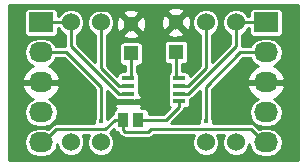
<source format=gtl>
G04 #@! TF.FileFunction,Copper,L1,Top,Signal*
%FSLAX46Y46*%
G04 Gerber Fmt 4.6, Leading zero omitted, Abs format (unit mm)*
G04 Created by KiCad (PCBNEW 4.0.2-stable) date Monday, April 10, 2017 'pmt' 04:49:55 pm*
%MOMM*%
G01*
G04 APERTURE LIST*
%ADD10C,0.100000*%
%ADD11R,1.300000X1.300000*%
%ADD12C,1.300000*%
%ADD13R,0.965200X1.270000*%
%ADD14R,2.032000X1.727200*%
%ADD15O,2.032000X1.727200*%
%ADD16C,1.524000*%
%ADD17R,1.100000X0.400000*%
%ADD18C,0.400000*%
%ADD19C,0.250000*%
%ADD20C,0.254000*%
G04 APERTURE END LIST*
D10*
D11*
X147320000Y-102957000D03*
D12*
X147320000Y-100457000D03*
D11*
X151130000Y-102830000D03*
D12*
X151130000Y-100330000D03*
D13*
X146685000Y-108585000D03*
X147955000Y-108585000D03*
D14*
X139700000Y-100330000D03*
D15*
X139700000Y-102870000D03*
X139700000Y-105410000D03*
X139700000Y-107950000D03*
X139700000Y-110490000D03*
D16*
X142240000Y-110490000D03*
X142240000Y-100330000D03*
X144780000Y-110490000D03*
X144780000Y-100330000D03*
X156210000Y-110490000D03*
X156210000Y-100330000D03*
X153670000Y-110490000D03*
X153670000Y-100330000D03*
D17*
X147075000Y-105070000D03*
X147075000Y-105720000D03*
X147075000Y-106370000D03*
X147075000Y-107020000D03*
X151375000Y-107020000D03*
X151375000Y-106370000D03*
X151375000Y-105720000D03*
X151375000Y-105070000D03*
D14*
X158750000Y-100330000D03*
D15*
X158750000Y-102870000D03*
X158750000Y-105410000D03*
X158750000Y-107950000D03*
X158750000Y-110490000D03*
D18*
X144780000Y-108712004D03*
X152781000Y-107315000D03*
X145669000Y-107315000D03*
X154940000Y-101854000D03*
X143510000Y-101854000D03*
X152654000Y-102870000D03*
X145796000Y-102870000D03*
X156845002Y-104140000D03*
X156845000Y-107950000D03*
X154940000Y-107950000D03*
X154940000Y-106172000D03*
X143510000Y-107950000D03*
X141605000Y-107950000D03*
X143510000Y-106172000D03*
X141605000Y-104140000D03*
X149225000Y-100330000D03*
X149225000Y-102870000D03*
X149225000Y-105410000D03*
X146685000Y-110871000D03*
X148336000Y-110871000D03*
X150114000Y-110871000D03*
X151765000Y-110871000D03*
X160782000Y-110490000D03*
X160782000Y-107950000D03*
X160782000Y-100330000D03*
X160782000Y-102870000D03*
X160782000Y-105410000D03*
X137541000Y-110490000D03*
X137541000Y-107950000D03*
X137541000Y-100330000D03*
X137541000Y-102870000D03*
X137541000Y-105410000D03*
X149225000Y-107061000D03*
X153670000Y-108712000D03*
D19*
X139700000Y-102870000D02*
X141859000Y-102870000D01*
X141859000Y-102870000D02*
X144780000Y-105791000D01*
X144780000Y-105791000D02*
X144780000Y-108429162D01*
X144780000Y-108429162D02*
X144780000Y-108712004D01*
X147320000Y-102957000D02*
X147320000Y-104825000D01*
X147320000Y-104825000D02*
X147075000Y-105070000D01*
X147075000Y-107020000D02*
X145964000Y-107020000D01*
X145964000Y-107020000D02*
X145669000Y-107315000D01*
X147320000Y-100457000D02*
X146105999Y-99242999D01*
X146105999Y-99242999D02*
X144258239Y-99242999D01*
X144258239Y-99242999D02*
X143510000Y-99991238D01*
X143510000Y-99991238D02*
X143510000Y-101854000D01*
X151130000Y-100330000D02*
X152654000Y-101854000D01*
X152654000Y-101854000D02*
X152654000Y-102870000D01*
X158750000Y-105410000D02*
X157127844Y-105410000D01*
X157127844Y-105410000D02*
X157127844Y-104140000D01*
X157127844Y-104140000D02*
X156845002Y-104140000D01*
X154940000Y-107950000D02*
X156845000Y-107950000D01*
X158750000Y-105410000D02*
X155702000Y-105410000D01*
X155702000Y-105410000D02*
X154940000Y-106172000D01*
X141605000Y-107950000D02*
X143510000Y-107950000D01*
X139700000Y-105410000D02*
X142748000Y-105410000D01*
X142748000Y-105410000D02*
X143510000Y-106172000D01*
X139700000Y-105410000D02*
X141224000Y-105410000D01*
X141224000Y-105410000D02*
X141605000Y-105029000D01*
X141605000Y-105029000D02*
X141605000Y-104140000D01*
X149225000Y-102870000D02*
X149225000Y-100330000D01*
X149225000Y-105410000D02*
X149225000Y-102870000D01*
X148336000Y-110871000D02*
X146685000Y-110871000D01*
X151765000Y-110871000D02*
X150114000Y-110871000D01*
X160782000Y-107950000D02*
X160782000Y-110490000D01*
X160782000Y-102870000D02*
X160782000Y-100330000D01*
X160782000Y-105410000D02*
X160782000Y-102870000D01*
X137541000Y-107950000D02*
X137541000Y-110490000D01*
X137541000Y-102870000D02*
X137541000Y-100330000D01*
X139700000Y-105410000D02*
X137541000Y-105410000D01*
X147075000Y-107020000D02*
X149184000Y-107020000D01*
X149184000Y-107020000D02*
X149225000Y-107061000D01*
X156591000Y-102870000D02*
X158750000Y-102870000D01*
X153670000Y-105791000D02*
X156591000Y-102870000D01*
X153670000Y-108712000D02*
X153670000Y-105791000D01*
X151130000Y-102830000D02*
X151130000Y-104825000D01*
X151130000Y-104825000D02*
X151375000Y-105070000D01*
X146685000Y-108585000D02*
X146685000Y-109470000D01*
X146685000Y-109470000D02*
X146816000Y-109601000D01*
X146816000Y-109601000D02*
X148804400Y-109601000D01*
X148804400Y-109601000D02*
X149058400Y-109347000D01*
X149058400Y-109347000D02*
X157454600Y-109347000D01*
X157454600Y-109347000D02*
X158597600Y-110490000D01*
X158597600Y-110490000D02*
X158750000Y-110490000D01*
X139852400Y-110490000D02*
X140966000Y-109376400D01*
X139700000Y-110490000D02*
X139852400Y-110490000D01*
X145161000Y-109376400D02*
X145952400Y-108585000D01*
X140966000Y-109376400D02*
X145161000Y-109376400D01*
X145952400Y-108585000D02*
X146685000Y-108585000D01*
X147955000Y-108585000D02*
X150260000Y-108585000D01*
X150260000Y-108585000D02*
X151375000Y-107470000D01*
X151375000Y-107470000D02*
X151375000Y-107020000D01*
X156210000Y-100330000D02*
X158750000Y-100330000D01*
X151375000Y-106370000D02*
X152175000Y-106370000D01*
X152175000Y-106370000D02*
X156210000Y-102335000D01*
X156210000Y-102335000D02*
X156210000Y-101407630D01*
X156210000Y-101407630D02*
X156210000Y-100330000D01*
X151375000Y-105720000D02*
X152175000Y-105720000D01*
X153670000Y-101407630D02*
X153670000Y-100330000D01*
X152175000Y-105720000D02*
X153670000Y-104225000D01*
X153670000Y-104225000D02*
X153670000Y-101407630D01*
X142240000Y-100330000D02*
X141162370Y-100330000D01*
X141162370Y-100330000D02*
X139700000Y-100330000D01*
X147075000Y-106370000D02*
X146275000Y-106370000D01*
X146275000Y-106370000D02*
X142240000Y-102335000D01*
X142240000Y-102335000D02*
X142240000Y-101407630D01*
X142240000Y-101407630D02*
X142240000Y-100330000D01*
X147075000Y-105720000D02*
X146275000Y-105720000D01*
X146275000Y-105720000D02*
X144780000Y-104225000D01*
X144780000Y-104225000D02*
X144780000Y-101407630D01*
X144780000Y-101407630D02*
X144780000Y-100330000D01*
D20*
G36*
X161469000Y-111939000D02*
X136981000Y-111939000D01*
X136981000Y-105769026D01*
X138092642Y-105769026D01*
X138095291Y-105784791D01*
X138349268Y-106312036D01*
X138785680Y-106701954D01*
X139058243Y-106797296D01*
X139043943Y-106800140D01*
X138640166Y-107069935D01*
X138370371Y-107473712D01*
X138275631Y-107950000D01*
X138370371Y-108426288D01*
X138640166Y-108830065D01*
X139043943Y-109099860D01*
X139520231Y-109194600D01*
X139879769Y-109194600D01*
X140356057Y-109099860D01*
X140759834Y-108830065D01*
X141029629Y-108426288D01*
X141124369Y-107950000D01*
X141029629Y-107473712D01*
X140759834Y-107069935D01*
X140356057Y-106800140D01*
X140341757Y-106797296D01*
X140614320Y-106701954D01*
X141050732Y-106312036D01*
X141304709Y-105784791D01*
X141307358Y-105769026D01*
X141186217Y-105537000D01*
X139827000Y-105537000D01*
X139827000Y-105557000D01*
X139573000Y-105557000D01*
X139573000Y-105537000D01*
X138213783Y-105537000D01*
X138092642Y-105769026D01*
X136981000Y-105769026D01*
X136981000Y-105050974D01*
X138092642Y-105050974D01*
X138213783Y-105283000D01*
X139573000Y-105283000D01*
X139573000Y-105263000D01*
X139827000Y-105263000D01*
X139827000Y-105283000D01*
X141186217Y-105283000D01*
X141307358Y-105050974D01*
X141304709Y-105035209D01*
X141050732Y-104507964D01*
X140614320Y-104118046D01*
X140341757Y-104022704D01*
X140356057Y-104019860D01*
X140759834Y-103750065D01*
X141009776Y-103376000D01*
X141649408Y-103376000D01*
X144274000Y-106000592D01*
X144274000Y-108415554D01*
X144199102Y-108595929D01*
X144198900Y-108827065D01*
X144216806Y-108870400D01*
X140966000Y-108870400D01*
X140772362Y-108908917D01*
X140608204Y-109018604D01*
X140298180Y-109328628D01*
X139879769Y-109245400D01*
X139520231Y-109245400D01*
X139043943Y-109340140D01*
X138640166Y-109609935D01*
X138370371Y-110013712D01*
X138275631Y-110490000D01*
X138370371Y-110966288D01*
X138640166Y-111370065D01*
X139043943Y-111639860D01*
X139520231Y-111734600D01*
X139879769Y-111734600D01*
X140356057Y-111639860D01*
X140759834Y-111370065D01*
X141029629Y-110966288D01*
X141096879Y-110628201D01*
X141096802Y-110716359D01*
X141270446Y-111136612D01*
X141591697Y-111458423D01*
X142011646Y-111632801D01*
X142466359Y-111633198D01*
X142886612Y-111459554D01*
X143208423Y-111138303D01*
X143382801Y-110718354D01*
X143383198Y-110263641D01*
X143225673Y-109882400D01*
X143794676Y-109882400D01*
X143637199Y-110261646D01*
X143636802Y-110716359D01*
X143810446Y-111136612D01*
X144131697Y-111458423D01*
X144551646Y-111632801D01*
X145006359Y-111633198D01*
X145426612Y-111459554D01*
X145748423Y-111138303D01*
X145922801Y-110718354D01*
X145923198Y-110263641D01*
X145749554Y-109843388D01*
X145579727Y-109673265D01*
X145860588Y-109392404D01*
X145923946Y-109490865D01*
X146051266Y-109577859D01*
X146202400Y-109608464D01*
X146206542Y-109608464D01*
X146217517Y-109663638D01*
X146327204Y-109827796D01*
X146458204Y-109958796D01*
X146622362Y-110068483D01*
X146816000Y-110107000D01*
X148804400Y-110107000D01*
X148998038Y-110068483D01*
X149162196Y-109958796D01*
X149267992Y-109853000D01*
X152696884Y-109853000D01*
X152527199Y-110261646D01*
X152526802Y-110716359D01*
X152700446Y-111136612D01*
X153021697Y-111458423D01*
X153441646Y-111632801D01*
X153896359Y-111633198D01*
X154316612Y-111459554D01*
X154638423Y-111138303D01*
X154812801Y-110718354D01*
X154813198Y-110263641D01*
X154643526Y-109853000D01*
X155236884Y-109853000D01*
X155067199Y-110261646D01*
X155066802Y-110716359D01*
X155240446Y-111136612D01*
X155561697Y-111458423D01*
X155981646Y-111632801D01*
X156436359Y-111633198D01*
X156856612Y-111459554D01*
X157178423Y-111138303D01*
X157352801Y-110718354D01*
X157352881Y-110626993D01*
X157420371Y-110966288D01*
X157690166Y-111370065D01*
X158093943Y-111639860D01*
X158570231Y-111734600D01*
X158929769Y-111734600D01*
X159406057Y-111639860D01*
X159809834Y-111370065D01*
X160079629Y-110966288D01*
X160174369Y-110490000D01*
X160079629Y-110013712D01*
X159809834Y-109609935D01*
X159406057Y-109340140D01*
X158929769Y-109245400D01*
X158570231Y-109245400D01*
X158151820Y-109328628D01*
X157812396Y-108989204D01*
X157648238Y-108879517D01*
X157454600Y-108841000D01*
X154245531Y-108841000D01*
X154250898Y-108828075D01*
X154251100Y-108596939D01*
X154176000Y-108415182D01*
X154176000Y-106000592D01*
X154407566Y-105769026D01*
X157142642Y-105769026D01*
X157145291Y-105784791D01*
X157399268Y-106312036D01*
X157835680Y-106701954D01*
X158108243Y-106797296D01*
X158093943Y-106800140D01*
X157690166Y-107069935D01*
X157420371Y-107473712D01*
X157325631Y-107950000D01*
X157420371Y-108426288D01*
X157690166Y-108830065D01*
X158093943Y-109099860D01*
X158570231Y-109194600D01*
X158929769Y-109194600D01*
X159406057Y-109099860D01*
X159809834Y-108830065D01*
X160079629Y-108426288D01*
X160174369Y-107950000D01*
X160079629Y-107473712D01*
X159809834Y-107069935D01*
X159406057Y-106800140D01*
X159391757Y-106797296D01*
X159664320Y-106701954D01*
X160100732Y-106312036D01*
X160354709Y-105784791D01*
X160357358Y-105769026D01*
X160236217Y-105537000D01*
X158877000Y-105537000D01*
X158877000Y-105557000D01*
X158623000Y-105557000D01*
X158623000Y-105537000D01*
X157263783Y-105537000D01*
X157142642Y-105769026D01*
X154407566Y-105769026D01*
X156800592Y-103376000D01*
X157440224Y-103376000D01*
X157690166Y-103750065D01*
X158093943Y-104019860D01*
X158108243Y-104022704D01*
X157835680Y-104118046D01*
X157399268Y-104507964D01*
X157145291Y-105035209D01*
X157142642Y-105050974D01*
X157263783Y-105283000D01*
X158623000Y-105283000D01*
X158623000Y-105263000D01*
X158877000Y-105263000D01*
X158877000Y-105283000D01*
X160236217Y-105283000D01*
X160357358Y-105050974D01*
X160354709Y-105035209D01*
X160100732Y-104507964D01*
X159664320Y-104118046D01*
X159391757Y-104022704D01*
X159406057Y-104019860D01*
X159809834Y-103750065D01*
X160079629Y-103346288D01*
X160174369Y-102870000D01*
X160079629Y-102393712D01*
X159809834Y-101989935D01*
X159406057Y-101720140D01*
X158929769Y-101625400D01*
X158570231Y-101625400D01*
X158093943Y-101720140D01*
X157690166Y-101989935D01*
X157440224Y-102364000D01*
X156710232Y-102364000D01*
X156716000Y-102335000D01*
X156716000Y-101357653D01*
X156856612Y-101299554D01*
X157178423Y-100978303D01*
X157237512Y-100836000D01*
X157345536Y-100836000D01*
X157345536Y-101193600D01*
X157372103Y-101334790D01*
X157455546Y-101464465D01*
X157582866Y-101551459D01*
X157734000Y-101582064D01*
X159766000Y-101582064D01*
X159907190Y-101555497D01*
X160036865Y-101472054D01*
X160123859Y-101344734D01*
X160154464Y-101193600D01*
X160154464Y-99466400D01*
X160127897Y-99325210D01*
X160044454Y-99195535D01*
X159917134Y-99108541D01*
X159766000Y-99077936D01*
X157734000Y-99077936D01*
X157592810Y-99104503D01*
X157463135Y-99187946D01*
X157376141Y-99315266D01*
X157345536Y-99466400D01*
X157345536Y-99824000D01*
X157237653Y-99824000D01*
X157179554Y-99683388D01*
X156858303Y-99361577D01*
X156438354Y-99187199D01*
X155983641Y-99186802D01*
X155563388Y-99360446D01*
X155241577Y-99681697D01*
X155067199Y-100101646D01*
X155066802Y-100556359D01*
X155240446Y-100976612D01*
X155561697Y-101298423D01*
X155704000Y-101357512D01*
X155704000Y-102125408D01*
X154176000Y-103653408D01*
X154176000Y-101357653D01*
X154316612Y-101299554D01*
X154638423Y-100978303D01*
X154812801Y-100558354D01*
X154813198Y-100103641D01*
X154639554Y-99683388D01*
X154318303Y-99361577D01*
X153898354Y-99187199D01*
X153443641Y-99186802D01*
X153023388Y-99360446D01*
X152701577Y-99681697D01*
X152527199Y-100101646D01*
X152526802Y-100556359D01*
X152700446Y-100976612D01*
X153021697Y-101298423D01*
X153164000Y-101357512D01*
X153164000Y-104015408D01*
X152312822Y-104866586D01*
X152286897Y-104728810D01*
X152203454Y-104599135D01*
X152076134Y-104512141D01*
X151925000Y-104481536D01*
X151636000Y-104481536D01*
X151636000Y-103868464D01*
X151780000Y-103868464D01*
X151921190Y-103841897D01*
X152050865Y-103758454D01*
X152137859Y-103631134D01*
X152168464Y-103480000D01*
X152168464Y-102180000D01*
X152141897Y-102038810D01*
X152058454Y-101909135D01*
X151931134Y-101822141D01*
X151780000Y-101791536D01*
X150480000Y-101791536D01*
X150338810Y-101818103D01*
X150209135Y-101901546D01*
X150122141Y-102028866D01*
X150091536Y-102180000D01*
X150091536Y-103480000D01*
X150118103Y-103621190D01*
X150201546Y-103750865D01*
X150328866Y-103837859D01*
X150480000Y-103868464D01*
X150624000Y-103868464D01*
X150624000Y-104546589D01*
X150554135Y-104591546D01*
X150467141Y-104718866D01*
X150436536Y-104870000D01*
X150436536Y-105270000D01*
X150460920Y-105399588D01*
X150436536Y-105520000D01*
X150436536Y-105920000D01*
X150460920Y-106049588D01*
X150436536Y-106170000D01*
X150436536Y-106570000D01*
X150460920Y-106699588D01*
X150436536Y-106820000D01*
X150436536Y-107220000D01*
X150463103Y-107361190D01*
X150546546Y-107490865D01*
X150601200Y-107528208D01*
X150050408Y-108079000D01*
X148826064Y-108079000D01*
X148826064Y-107950000D01*
X148799497Y-107808810D01*
X148716054Y-107679135D01*
X148588734Y-107592141D01*
X148437600Y-107561536D01*
X148170850Y-107561536D01*
X148260000Y-107346310D01*
X148260000Y-107278750D01*
X148101250Y-107120000D01*
X147202000Y-107120000D01*
X147202000Y-107167000D01*
X146948000Y-107167000D01*
X146948000Y-107120000D01*
X146048750Y-107120000D01*
X145890000Y-107278750D01*
X145890000Y-107346310D01*
X145986673Y-107579699D01*
X146020970Y-107613996D01*
X145931535Y-107671546D01*
X145844541Y-107798866D01*
X145813936Y-107950000D01*
X145813936Y-108106542D01*
X145758762Y-108117517D01*
X145606635Y-108219165D01*
X145594604Y-108227204D01*
X145321268Y-108500540D01*
X145286000Y-108415186D01*
X145286000Y-106096592D01*
X145890000Y-106700592D01*
X145890000Y-106761250D01*
X146048750Y-106920000D01*
X146362364Y-106920000D01*
X146373866Y-106927859D01*
X146525000Y-106958464D01*
X147625000Y-106958464D01*
X147766190Y-106931897D01*
X147784679Y-106920000D01*
X148101250Y-106920000D01*
X148260000Y-106761250D01*
X148260000Y-106693690D01*
X148163327Y-106460301D01*
X148013464Y-106310439D01*
X148013464Y-106170000D01*
X147989080Y-106040412D01*
X148013464Y-105920000D01*
X148013464Y-105520000D01*
X147989080Y-105390412D01*
X148013464Y-105270000D01*
X148013464Y-104870000D01*
X147986897Y-104728810D01*
X147903454Y-104599135D01*
X147826000Y-104546213D01*
X147826000Y-103995464D01*
X147970000Y-103995464D01*
X148111190Y-103968897D01*
X148240865Y-103885454D01*
X148327859Y-103758134D01*
X148358464Y-103607000D01*
X148358464Y-102307000D01*
X148331897Y-102165810D01*
X148248454Y-102036135D01*
X148121134Y-101949141D01*
X147970000Y-101918536D01*
X146670000Y-101918536D01*
X146528810Y-101945103D01*
X146399135Y-102028546D01*
X146312141Y-102155866D01*
X146281536Y-102307000D01*
X146281536Y-103607000D01*
X146308103Y-103748190D01*
X146391546Y-103877865D01*
X146518866Y-103964859D01*
X146670000Y-103995464D01*
X146814000Y-103995464D01*
X146814000Y-104481536D01*
X146525000Y-104481536D01*
X146383810Y-104508103D01*
X146254135Y-104591546D01*
X146167141Y-104718866D01*
X146137219Y-104866627D01*
X145286000Y-104015408D01*
X145286000Y-101357653D01*
X145289961Y-101356016D01*
X146600590Y-101356016D01*
X146656271Y-101586611D01*
X147139078Y-101754622D01*
X147649428Y-101725083D01*
X147983729Y-101586611D01*
X148039410Y-101356016D01*
X147912411Y-101229016D01*
X150410590Y-101229016D01*
X150466271Y-101459611D01*
X150949078Y-101627622D01*
X151459428Y-101598083D01*
X151793729Y-101459611D01*
X151849410Y-101229016D01*
X151130000Y-100509605D01*
X150410590Y-101229016D01*
X147912411Y-101229016D01*
X147320000Y-100636605D01*
X146600590Y-101356016D01*
X145289961Y-101356016D01*
X145426612Y-101299554D01*
X145748423Y-100978303D01*
X145922801Y-100558354D01*
X145923047Y-100276078D01*
X146022378Y-100276078D01*
X146051917Y-100786428D01*
X146190389Y-101120729D01*
X146420984Y-101176410D01*
X147140395Y-100457000D01*
X147499605Y-100457000D01*
X148219016Y-101176410D01*
X148449611Y-101120729D01*
X148617622Y-100637922D01*
X148589328Y-100149078D01*
X149832378Y-100149078D01*
X149861917Y-100659428D01*
X150000389Y-100993729D01*
X150230984Y-101049410D01*
X150950395Y-100330000D01*
X151309605Y-100330000D01*
X152029016Y-101049410D01*
X152259611Y-100993729D01*
X152427622Y-100510922D01*
X152398083Y-100000572D01*
X152259611Y-99666271D01*
X152029016Y-99610590D01*
X151309605Y-100330000D01*
X150950395Y-100330000D01*
X150230984Y-99610590D01*
X150000389Y-99666271D01*
X149832378Y-100149078D01*
X148589328Y-100149078D01*
X148588083Y-100127572D01*
X148449611Y-99793271D01*
X148219016Y-99737590D01*
X147499605Y-100457000D01*
X147140395Y-100457000D01*
X146420984Y-99737590D01*
X146190389Y-99793271D01*
X146022378Y-100276078D01*
X145923047Y-100276078D01*
X145923198Y-100103641D01*
X145749554Y-99683388D01*
X145624369Y-99557984D01*
X146600590Y-99557984D01*
X147320000Y-100277395D01*
X148039410Y-99557984D01*
X148008744Y-99430984D01*
X150410590Y-99430984D01*
X151130000Y-100150395D01*
X151849410Y-99430984D01*
X151793729Y-99200389D01*
X151310922Y-99032378D01*
X150800572Y-99061917D01*
X150466271Y-99200389D01*
X150410590Y-99430984D01*
X148008744Y-99430984D01*
X147983729Y-99327389D01*
X147500922Y-99159378D01*
X146990572Y-99188917D01*
X146656271Y-99327389D01*
X146600590Y-99557984D01*
X145624369Y-99557984D01*
X145428303Y-99361577D01*
X145008354Y-99187199D01*
X144553641Y-99186802D01*
X144133388Y-99360446D01*
X143811577Y-99681697D01*
X143637199Y-100101646D01*
X143636802Y-100556359D01*
X143810446Y-100976612D01*
X144131697Y-101298423D01*
X144274000Y-101357512D01*
X144274000Y-103653408D01*
X142746000Y-102125408D01*
X142746000Y-101357653D01*
X142886612Y-101299554D01*
X143208423Y-100978303D01*
X143382801Y-100558354D01*
X143383198Y-100103641D01*
X143209554Y-99683388D01*
X142888303Y-99361577D01*
X142468354Y-99187199D01*
X142013641Y-99186802D01*
X141593388Y-99360446D01*
X141271577Y-99681697D01*
X141212488Y-99824000D01*
X141104464Y-99824000D01*
X141104464Y-99466400D01*
X141077897Y-99325210D01*
X140994454Y-99195535D01*
X140867134Y-99108541D01*
X140716000Y-99077936D01*
X138684000Y-99077936D01*
X138542810Y-99104503D01*
X138413135Y-99187946D01*
X138326141Y-99315266D01*
X138295536Y-99466400D01*
X138295536Y-101193600D01*
X138322103Y-101334790D01*
X138405546Y-101464465D01*
X138532866Y-101551459D01*
X138684000Y-101582064D01*
X140716000Y-101582064D01*
X140857190Y-101555497D01*
X140986865Y-101472054D01*
X141073859Y-101344734D01*
X141104464Y-101193600D01*
X141104464Y-100836000D01*
X141212347Y-100836000D01*
X141270446Y-100976612D01*
X141591697Y-101298423D01*
X141734000Y-101357512D01*
X141734000Y-102335000D01*
X141739768Y-102364000D01*
X141009776Y-102364000D01*
X140759834Y-101989935D01*
X140356057Y-101720140D01*
X139879769Y-101625400D01*
X139520231Y-101625400D01*
X139043943Y-101720140D01*
X138640166Y-101989935D01*
X138370371Y-102393712D01*
X138275631Y-102870000D01*
X138370371Y-103346288D01*
X138640166Y-103750065D01*
X139043943Y-104019860D01*
X139058243Y-104022704D01*
X138785680Y-104118046D01*
X138349268Y-104507964D01*
X138095291Y-105035209D01*
X138092642Y-105050974D01*
X136981000Y-105050974D01*
X136981000Y-98881000D01*
X161469000Y-98881000D01*
X161469000Y-111939000D01*
X161469000Y-111939000D01*
G37*
X161469000Y-111939000D02*
X136981000Y-111939000D01*
X136981000Y-105769026D01*
X138092642Y-105769026D01*
X138095291Y-105784791D01*
X138349268Y-106312036D01*
X138785680Y-106701954D01*
X139058243Y-106797296D01*
X139043943Y-106800140D01*
X138640166Y-107069935D01*
X138370371Y-107473712D01*
X138275631Y-107950000D01*
X138370371Y-108426288D01*
X138640166Y-108830065D01*
X139043943Y-109099860D01*
X139520231Y-109194600D01*
X139879769Y-109194600D01*
X140356057Y-109099860D01*
X140759834Y-108830065D01*
X141029629Y-108426288D01*
X141124369Y-107950000D01*
X141029629Y-107473712D01*
X140759834Y-107069935D01*
X140356057Y-106800140D01*
X140341757Y-106797296D01*
X140614320Y-106701954D01*
X141050732Y-106312036D01*
X141304709Y-105784791D01*
X141307358Y-105769026D01*
X141186217Y-105537000D01*
X139827000Y-105537000D01*
X139827000Y-105557000D01*
X139573000Y-105557000D01*
X139573000Y-105537000D01*
X138213783Y-105537000D01*
X138092642Y-105769026D01*
X136981000Y-105769026D01*
X136981000Y-105050974D01*
X138092642Y-105050974D01*
X138213783Y-105283000D01*
X139573000Y-105283000D01*
X139573000Y-105263000D01*
X139827000Y-105263000D01*
X139827000Y-105283000D01*
X141186217Y-105283000D01*
X141307358Y-105050974D01*
X141304709Y-105035209D01*
X141050732Y-104507964D01*
X140614320Y-104118046D01*
X140341757Y-104022704D01*
X140356057Y-104019860D01*
X140759834Y-103750065D01*
X141009776Y-103376000D01*
X141649408Y-103376000D01*
X144274000Y-106000592D01*
X144274000Y-108415554D01*
X144199102Y-108595929D01*
X144198900Y-108827065D01*
X144216806Y-108870400D01*
X140966000Y-108870400D01*
X140772362Y-108908917D01*
X140608204Y-109018604D01*
X140298180Y-109328628D01*
X139879769Y-109245400D01*
X139520231Y-109245400D01*
X139043943Y-109340140D01*
X138640166Y-109609935D01*
X138370371Y-110013712D01*
X138275631Y-110490000D01*
X138370371Y-110966288D01*
X138640166Y-111370065D01*
X139043943Y-111639860D01*
X139520231Y-111734600D01*
X139879769Y-111734600D01*
X140356057Y-111639860D01*
X140759834Y-111370065D01*
X141029629Y-110966288D01*
X141096879Y-110628201D01*
X141096802Y-110716359D01*
X141270446Y-111136612D01*
X141591697Y-111458423D01*
X142011646Y-111632801D01*
X142466359Y-111633198D01*
X142886612Y-111459554D01*
X143208423Y-111138303D01*
X143382801Y-110718354D01*
X143383198Y-110263641D01*
X143225673Y-109882400D01*
X143794676Y-109882400D01*
X143637199Y-110261646D01*
X143636802Y-110716359D01*
X143810446Y-111136612D01*
X144131697Y-111458423D01*
X144551646Y-111632801D01*
X145006359Y-111633198D01*
X145426612Y-111459554D01*
X145748423Y-111138303D01*
X145922801Y-110718354D01*
X145923198Y-110263641D01*
X145749554Y-109843388D01*
X145579727Y-109673265D01*
X145860588Y-109392404D01*
X145923946Y-109490865D01*
X146051266Y-109577859D01*
X146202400Y-109608464D01*
X146206542Y-109608464D01*
X146217517Y-109663638D01*
X146327204Y-109827796D01*
X146458204Y-109958796D01*
X146622362Y-110068483D01*
X146816000Y-110107000D01*
X148804400Y-110107000D01*
X148998038Y-110068483D01*
X149162196Y-109958796D01*
X149267992Y-109853000D01*
X152696884Y-109853000D01*
X152527199Y-110261646D01*
X152526802Y-110716359D01*
X152700446Y-111136612D01*
X153021697Y-111458423D01*
X153441646Y-111632801D01*
X153896359Y-111633198D01*
X154316612Y-111459554D01*
X154638423Y-111138303D01*
X154812801Y-110718354D01*
X154813198Y-110263641D01*
X154643526Y-109853000D01*
X155236884Y-109853000D01*
X155067199Y-110261646D01*
X155066802Y-110716359D01*
X155240446Y-111136612D01*
X155561697Y-111458423D01*
X155981646Y-111632801D01*
X156436359Y-111633198D01*
X156856612Y-111459554D01*
X157178423Y-111138303D01*
X157352801Y-110718354D01*
X157352881Y-110626993D01*
X157420371Y-110966288D01*
X157690166Y-111370065D01*
X158093943Y-111639860D01*
X158570231Y-111734600D01*
X158929769Y-111734600D01*
X159406057Y-111639860D01*
X159809834Y-111370065D01*
X160079629Y-110966288D01*
X160174369Y-110490000D01*
X160079629Y-110013712D01*
X159809834Y-109609935D01*
X159406057Y-109340140D01*
X158929769Y-109245400D01*
X158570231Y-109245400D01*
X158151820Y-109328628D01*
X157812396Y-108989204D01*
X157648238Y-108879517D01*
X157454600Y-108841000D01*
X154245531Y-108841000D01*
X154250898Y-108828075D01*
X154251100Y-108596939D01*
X154176000Y-108415182D01*
X154176000Y-106000592D01*
X154407566Y-105769026D01*
X157142642Y-105769026D01*
X157145291Y-105784791D01*
X157399268Y-106312036D01*
X157835680Y-106701954D01*
X158108243Y-106797296D01*
X158093943Y-106800140D01*
X157690166Y-107069935D01*
X157420371Y-107473712D01*
X157325631Y-107950000D01*
X157420371Y-108426288D01*
X157690166Y-108830065D01*
X158093943Y-109099860D01*
X158570231Y-109194600D01*
X158929769Y-109194600D01*
X159406057Y-109099860D01*
X159809834Y-108830065D01*
X160079629Y-108426288D01*
X160174369Y-107950000D01*
X160079629Y-107473712D01*
X159809834Y-107069935D01*
X159406057Y-106800140D01*
X159391757Y-106797296D01*
X159664320Y-106701954D01*
X160100732Y-106312036D01*
X160354709Y-105784791D01*
X160357358Y-105769026D01*
X160236217Y-105537000D01*
X158877000Y-105537000D01*
X158877000Y-105557000D01*
X158623000Y-105557000D01*
X158623000Y-105537000D01*
X157263783Y-105537000D01*
X157142642Y-105769026D01*
X154407566Y-105769026D01*
X156800592Y-103376000D01*
X157440224Y-103376000D01*
X157690166Y-103750065D01*
X158093943Y-104019860D01*
X158108243Y-104022704D01*
X157835680Y-104118046D01*
X157399268Y-104507964D01*
X157145291Y-105035209D01*
X157142642Y-105050974D01*
X157263783Y-105283000D01*
X158623000Y-105283000D01*
X158623000Y-105263000D01*
X158877000Y-105263000D01*
X158877000Y-105283000D01*
X160236217Y-105283000D01*
X160357358Y-105050974D01*
X160354709Y-105035209D01*
X160100732Y-104507964D01*
X159664320Y-104118046D01*
X159391757Y-104022704D01*
X159406057Y-104019860D01*
X159809834Y-103750065D01*
X160079629Y-103346288D01*
X160174369Y-102870000D01*
X160079629Y-102393712D01*
X159809834Y-101989935D01*
X159406057Y-101720140D01*
X158929769Y-101625400D01*
X158570231Y-101625400D01*
X158093943Y-101720140D01*
X157690166Y-101989935D01*
X157440224Y-102364000D01*
X156710232Y-102364000D01*
X156716000Y-102335000D01*
X156716000Y-101357653D01*
X156856612Y-101299554D01*
X157178423Y-100978303D01*
X157237512Y-100836000D01*
X157345536Y-100836000D01*
X157345536Y-101193600D01*
X157372103Y-101334790D01*
X157455546Y-101464465D01*
X157582866Y-101551459D01*
X157734000Y-101582064D01*
X159766000Y-101582064D01*
X159907190Y-101555497D01*
X160036865Y-101472054D01*
X160123859Y-101344734D01*
X160154464Y-101193600D01*
X160154464Y-99466400D01*
X160127897Y-99325210D01*
X160044454Y-99195535D01*
X159917134Y-99108541D01*
X159766000Y-99077936D01*
X157734000Y-99077936D01*
X157592810Y-99104503D01*
X157463135Y-99187946D01*
X157376141Y-99315266D01*
X157345536Y-99466400D01*
X157345536Y-99824000D01*
X157237653Y-99824000D01*
X157179554Y-99683388D01*
X156858303Y-99361577D01*
X156438354Y-99187199D01*
X155983641Y-99186802D01*
X155563388Y-99360446D01*
X155241577Y-99681697D01*
X155067199Y-100101646D01*
X155066802Y-100556359D01*
X155240446Y-100976612D01*
X155561697Y-101298423D01*
X155704000Y-101357512D01*
X155704000Y-102125408D01*
X154176000Y-103653408D01*
X154176000Y-101357653D01*
X154316612Y-101299554D01*
X154638423Y-100978303D01*
X154812801Y-100558354D01*
X154813198Y-100103641D01*
X154639554Y-99683388D01*
X154318303Y-99361577D01*
X153898354Y-99187199D01*
X153443641Y-99186802D01*
X153023388Y-99360446D01*
X152701577Y-99681697D01*
X152527199Y-100101646D01*
X152526802Y-100556359D01*
X152700446Y-100976612D01*
X153021697Y-101298423D01*
X153164000Y-101357512D01*
X153164000Y-104015408D01*
X152312822Y-104866586D01*
X152286897Y-104728810D01*
X152203454Y-104599135D01*
X152076134Y-104512141D01*
X151925000Y-104481536D01*
X151636000Y-104481536D01*
X151636000Y-103868464D01*
X151780000Y-103868464D01*
X151921190Y-103841897D01*
X152050865Y-103758454D01*
X152137859Y-103631134D01*
X152168464Y-103480000D01*
X152168464Y-102180000D01*
X152141897Y-102038810D01*
X152058454Y-101909135D01*
X151931134Y-101822141D01*
X151780000Y-101791536D01*
X150480000Y-101791536D01*
X150338810Y-101818103D01*
X150209135Y-101901546D01*
X150122141Y-102028866D01*
X150091536Y-102180000D01*
X150091536Y-103480000D01*
X150118103Y-103621190D01*
X150201546Y-103750865D01*
X150328866Y-103837859D01*
X150480000Y-103868464D01*
X150624000Y-103868464D01*
X150624000Y-104546589D01*
X150554135Y-104591546D01*
X150467141Y-104718866D01*
X150436536Y-104870000D01*
X150436536Y-105270000D01*
X150460920Y-105399588D01*
X150436536Y-105520000D01*
X150436536Y-105920000D01*
X150460920Y-106049588D01*
X150436536Y-106170000D01*
X150436536Y-106570000D01*
X150460920Y-106699588D01*
X150436536Y-106820000D01*
X150436536Y-107220000D01*
X150463103Y-107361190D01*
X150546546Y-107490865D01*
X150601200Y-107528208D01*
X150050408Y-108079000D01*
X148826064Y-108079000D01*
X148826064Y-107950000D01*
X148799497Y-107808810D01*
X148716054Y-107679135D01*
X148588734Y-107592141D01*
X148437600Y-107561536D01*
X148170850Y-107561536D01*
X148260000Y-107346310D01*
X148260000Y-107278750D01*
X148101250Y-107120000D01*
X147202000Y-107120000D01*
X147202000Y-107167000D01*
X146948000Y-107167000D01*
X146948000Y-107120000D01*
X146048750Y-107120000D01*
X145890000Y-107278750D01*
X145890000Y-107346310D01*
X145986673Y-107579699D01*
X146020970Y-107613996D01*
X145931535Y-107671546D01*
X145844541Y-107798866D01*
X145813936Y-107950000D01*
X145813936Y-108106542D01*
X145758762Y-108117517D01*
X145606635Y-108219165D01*
X145594604Y-108227204D01*
X145321268Y-108500540D01*
X145286000Y-108415186D01*
X145286000Y-106096592D01*
X145890000Y-106700592D01*
X145890000Y-106761250D01*
X146048750Y-106920000D01*
X146362364Y-106920000D01*
X146373866Y-106927859D01*
X146525000Y-106958464D01*
X147625000Y-106958464D01*
X147766190Y-106931897D01*
X147784679Y-106920000D01*
X148101250Y-106920000D01*
X148260000Y-106761250D01*
X148260000Y-106693690D01*
X148163327Y-106460301D01*
X148013464Y-106310439D01*
X148013464Y-106170000D01*
X147989080Y-106040412D01*
X148013464Y-105920000D01*
X148013464Y-105520000D01*
X147989080Y-105390412D01*
X148013464Y-105270000D01*
X148013464Y-104870000D01*
X147986897Y-104728810D01*
X147903454Y-104599135D01*
X147826000Y-104546213D01*
X147826000Y-103995464D01*
X147970000Y-103995464D01*
X148111190Y-103968897D01*
X148240865Y-103885454D01*
X148327859Y-103758134D01*
X148358464Y-103607000D01*
X148358464Y-102307000D01*
X148331897Y-102165810D01*
X148248454Y-102036135D01*
X148121134Y-101949141D01*
X147970000Y-101918536D01*
X146670000Y-101918536D01*
X146528810Y-101945103D01*
X146399135Y-102028546D01*
X146312141Y-102155866D01*
X146281536Y-102307000D01*
X146281536Y-103607000D01*
X146308103Y-103748190D01*
X146391546Y-103877865D01*
X146518866Y-103964859D01*
X146670000Y-103995464D01*
X146814000Y-103995464D01*
X146814000Y-104481536D01*
X146525000Y-104481536D01*
X146383810Y-104508103D01*
X146254135Y-104591546D01*
X146167141Y-104718866D01*
X146137219Y-104866627D01*
X145286000Y-104015408D01*
X145286000Y-101357653D01*
X145289961Y-101356016D01*
X146600590Y-101356016D01*
X146656271Y-101586611D01*
X147139078Y-101754622D01*
X147649428Y-101725083D01*
X147983729Y-101586611D01*
X148039410Y-101356016D01*
X147912411Y-101229016D01*
X150410590Y-101229016D01*
X150466271Y-101459611D01*
X150949078Y-101627622D01*
X151459428Y-101598083D01*
X151793729Y-101459611D01*
X151849410Y-101229016D01*
X151130000Y-100509605D01*
X150410590Y-101229016D01*
X147912411Y-101229016D01*
X147320000Y-100636605D01*
X146600590Y-101356016D01*
X145289961Y-101356016D01*
X145426612Y-101299554D01*
X145748423Y-100978303D01*
X145922801Y-100558354D01*
X145923047Y-100276078D01*
X146022378Y-100276078D01*
X146051917Y-100786428D01*
X146190389Y-101120729D01*
X146420984Y-101176410D01*
X147140395Y-100457000D01*
X147499605Y-100457000D01*
X148219016Y-101176410D01*
X148449611Y-101120729D01*
X148617622Y-100637922D01*
X148589328Y-100149078D01*
X149832378Y-100149078D01*
X149861917Y-100659428D01*
X150000389Y-100993729D01*
X150230984Y-101049410D01*
X150950395Y-100330000D01*
X151309605Y-100330000D01*
X152029016Y-101049410D01*
X152259611Y-100993729D01*
X152427622Y-100510922D01*
X152398083Y-100000572D01*
X152259611Y-99666271D01*
X152029016Y-99610590D01*
X151309605Y-100330000D01*
X150950395Y-100330000D01*
X150230984Y-99610590D01*
X150000389Y-99666271D01*
X149832378Y-100149078D01*
X148589328Y-100149078D01*
X148588083Y-100127572D01*
X148449611Y-99793271D01*
X148219016Y-99737590D01*
X147499605Y-100457000D01*
X147140395Y-100457000D01*
X146420984Y-99737590D01*
X146190389Y-99793271D01*
X146022378Y-100276078D01*
X145923047Y-100276078D01*
X145923198Y-100103641D01*
X145749554Y-99683388D01*
X145624369Y-99557984D01*
X146600590Y-99557984D01*
X147320000Y-100277395D01*
X148039410Y-99557984D01*
X148008744Y-99430984D01*
X150410590Y-99430984D01*
X151130000Y-100150395D01*
X151849410Y-99430984D01*
X151793729Y-99200389D01*
X151310922Y-99032378D01*
X150800572Y-99061917D01*
X150466271Y-99200389D01*
X150410590Y-99430984D01*
X148008744Y-99430984D01*
X147983729Y-99327389D01*
X147500922Y-99159378D01*
X146990572Y-99188917D01*
X146656271Y-99327389D01*
X146600590Y-99557984D01*
X145624369Y-99557984D01*
X145428303Y-99361577D01*
X145008354Y-99187199D01*
X144553641Y-99186802D01*
X144133388Y-99360446D01*
X143811577Y-99681697D01*
X143637199Y-100101646D01*
X143636802Y-100556359D01*
X143810446Y-100976612D01*
X144131697Y-101298423D01*
X144274000Y-101357512D01*
X144274000Y-103653408D01*
X142746000Y-102125408D01*
X142746000Y-101357653D01*
X142886612Y-101299554D01*
X143208423Y-100978303D01*
X143382801Y-100558354D01*
X143383198Y-100103641D01*
X143209554Y-99683388D01*
X142888303Y-99361577D01*
X142468354Y-99187199D01*
X142013641Y-99186802D01*
X141593388Y-99360446D01*
X141271577Y-99681697D01*
X141212488Y-99824000D01*
X141104464Y-99824000D01*
X141104464Y-99466400D01*
X141077897Y-99325210D01*
X140994454Y-99195535D01*
X140867134Y-99108541D01*
X140716000Y-99077936D01*
X138684000Y-99077936D01*
X138542810Y-99104503D01*
X138413135Y-99187946D01*
X138326141Y-99315266D01*
X138295536Y-99466400D01*
X138295536Y-101193600D01*
X138322103Y-101334790D01*
X138405546Y-101464465D01*
X138532866Y-101551459D01*
X138684000Y-101582064D01*
X140716000Y-101582064D01*
X140857190Y-101555497D01*
X140986865Y-101472054D01*
X141073859Y-101344734D01*
X141104464Y-101193600D01*
X141104464Y-100836000D01*
X141212347Y-100836000D01*
X141270446Y-100976612D01*
X141591697Y-101298423D01*
X141734000Y-101357512D01*
X141734000Y-102335000D01*
X141739768Y-102364000D01*
X141009776Y-102364000D01*
X140759834Y-101989935D01*
X140356057Y-101720140D01*
X139879769Y-101625400D01*
X139520231Y-101625400D01*
X139043943Y-101720140D01*
X138640166Y-101989935D01*
X138370371Y-102393712D01*
X138275631Y-102870000D01*
X138370371Y-103346288D01*
X138640166Y-103750065D01*
X139043943Y-104019860D01*
X139058243Y-104022704D01*
X138785680Y-104118046D01*
X138349268Y-104507964D01*
X138095291Y-105035209D01*
X138092642Y-105050974D01*
X136981000Y-105050974D01*
X136981000Y-98881000D01*
X161469000Y-98881000D01*
X161469000Y-111939000D01*
G36*
X153164000Y-108415550D02*
X153089102Y-108595925D01*
X153088900Y-108827061D01*
X153094659Y-108841000D01*
X150719592Y-108841000D01*
X151732796Y-107827796D01*
X151842483Y-107663638D01*
X151853458Y-107608464D01*
X151925000Y-107608464D01*
X152066190Y-107581897D01*
X152195865Y-107498454D01*
X152282859Y-107371134D01*
X152313464Y-107220000D01*
X152313464Y-106848458D01*
X152368638Y-106837483D01*
X152532796Y-106727796D01*
X153164000Y-106096592D01*
X153164000Y-108415550D01*
X153164000Y-108415550D01*
G37*
X153164000Y-108415550D02*
X153089102Y-108595925D01*
X153088900Y-108827061D01*
X153094659Y-108841000D01*
X150719592Y-108841000D01*
X151732796Y-107827796D01*
X151842483Y-107663638D01*
X151853458Y-107608464D01*
X151925000Y-107608464D01*
X152066190Y-107581897D01*
X152195865Y-107498454D01*
X152282859Y-107371134D01*
X152313464Y-107220000D01*
X152313464Y-106848458D01*
X152368638Y-106837483D01*
X152532796Y-106727796D01*
X153164000Y-106096592D01*
X153164000Y-108415550D01*
M02*

</source>
